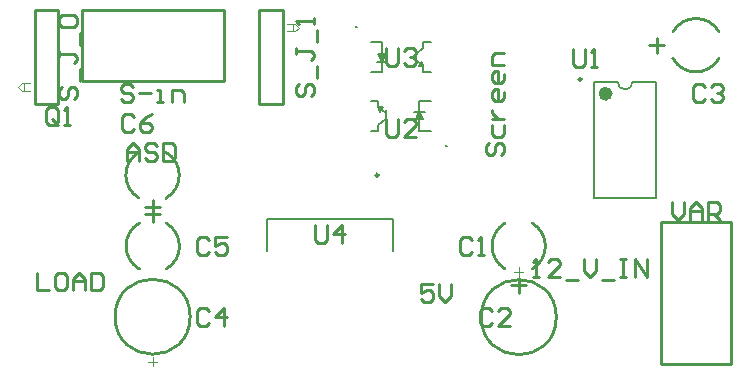
<source format=gto>
G04*
G04 #@! TF.GenerationSoftware,Altium Limited,CircuitMaker,2.3.0 (2.3.0.3)*
G04*
G04 Layer_Color=15132400*
%FSLAX25Y25*%
%MOIN*%
G70*
G04*
G04 #@! TF.SameCoordinates,0492DEC5-DE9E-4361-A043-D8868978FAA7*
G04*
G04*
G04 #@! TF.FilePolarity,Positive*
G04*
G01*
G75*
%ADD10C,0.00984*%
%ADD11C,0.01000*%
%ADD12C,0.00787*%
%ADD13C,0.02362*%
%ADD14C,0.00394*%
G36*
X329085Y281028D02*
X328335Y279528D01*
X327835Y278528D01*
X330335D01*
X329085Y281028D01*
D02*
G37*
G36*
X316585Y297713D02*
X317335Y299213D01*
X317835Y300213D01*
X315335D01*
X316585Y297713D01*
D02*
G37*
D10*
X315453Y259842D02*
G03*
X315453Y259842I-492J0D01*
G01*
X383130Y291772D02*
G03*
X383130Y291772I-492J0D01*
G01*
D11*
X235650Y267538D02*
G03*
X235650Y252195I4429J-7671D01*
G01*
X244587Y252171D02*
G03*
X244587Y267514I-4429J7671D01*
G01*
X413588Y298721D02*
G03*
X428931Y298721I7671J4429D01*
G01*
X428955Y307658D02*
G03*
X413612Y307658I-7671J-4429D01*
G01*
X366634Y228549D02*
G03*
X366634Y243892I-4429J7671D01*
G01*
X357697Y243916D02*
G03*
X357697Y228573I4429J-7671D01*
G01*
X374707Y212520D02*
G03*
X374707Y212520I-12502J0D01*
G01*
X235728Y243892D02*
G03*
X235728Y228549I4429J-7671D01*
G01*
X244665Y228525D02*
G03*
X244665Y243868I-4429J7671D01*
G01*
X252660Y212677D02*
G03*
X252660Y212677I-12502J0D01*
G01*
X338035Y269528D02*
G03*
X338035Y269528I-200J0D01*
G01*
X308035Y309213D02*
G03*
X308035Y309213I-200J0D01*
G01*
X240157Y244343D02*
Y249343D01*
X237657Y246843D02*
X242657D01*
X408260Y300650D02*
Y305650D01*
X405760Y303150D02*
X410760D01*
X409449Y196850D02*
Y200787D01*
Y196850D02*
X433071D01*
X409449Y244094D02*
X433071D01*
Y196850D02*
Y244094D01*
X409449Y200787D02*
Y244094D01*
X359705Y223220D02*
X364705D01*
X362205Y220720D02*
Y225720D01*
X237657Y249220D02*
X242657D01*
X240157Y246720D02*
Y251720D01*
X216535Y314961D02*
X220472D01*
X216535Y291339D02*
Y314961D01*
X263780Y291339D02*
Y314961D01*
X216535Y291339D02*
X263780D01*
X220472Y314961D02*
X263780D01*
X200787Y283465D02*
X208661D01*
Y314961D01*
X200787Y283465D02*
Y314961D01*
X208661D01*
X275591D02*
X283465D01*
X275591Y283465D02*
Y314961D01*
X283465Y283465D02*
Y314961D01*
X275591Y283465D02*
X283465D01*
X366833Y225847D02*
X368832D01*
X367833D01*
Y231845D01*
X366833Y230846D01*
X375830Y225847D02*
X371831D01*
X375830Y229846D01*
Y230846D01*
X374830Y231845D01*
X372831D01*
X371831Y230846D01*
X377829Y224848D02*
X381828D01*
X383827Y231845D02*
Y227847D01*
X385827Y225847D01*
X387826Y227847D01*
Y231845D01*
X389826Y224848D02*
X393824D01*
X395824Y231845D02*
X397823D01*
X396823D01*
Y225847D01*
X395824D01*
X397823D01*
X400822D02*
Y231845D01*
X404821Y225847D01*
Y231845D01*
X233799Y279198D02*
X232799Y280198D01*
X230800D01*
X229800Y279198D01*
Y275200D01*
X230800Y274200D01*
X232799D01*
X233799Y275200D01*
X239797Y280198D02*
X237797Y279198D01*
X235798Y277199D01*
Y275200D01*
X236798Y274200D01*
X238797D01*
X239797Y275200D01*
Y276199D01*
X238797Y277199D01*
X235798D01*
X333646Y223471D02*
X329647D01*
Y220472D01*
X331647Y221472D01*
X332646D01*
X333646Y220472D01*
Y218473D01*
X332646Y217473D01*
X330647D01*
X329647Y218473D01*
X335645Y223471D02*
Y219473D01*
X337645Y217473D01*
X339644Y219473D01*
Y223471D01*
X294214Y243157D02*
Y238158D01*
X295214Y237158D01*
X297213D01*
X298213Y238158D01*
Y243157D01*
X303211Y237158D02*
Y243157D01*
X300212Y240158D01*
X304211D01*
X201602Y227409D02*
Y221410D01*
X205601D01*
X210599Y227409D02*
X208600D01*
X207600Y226409D01*
Y222410D01*
X208600Y221410D01*
X210599D01*
X211599Y222410D01*
Y226409D01*
X210599Y227409D01*
X213598Y221410D02*
Y225409D01*
X215598Y227409D01*
X217597Y225409D01*
Y221410D01*
Y224410D01*
X213598D01*
X219596Y227409D02*
Y221410D01*
X222595D01*
X223595Y222410D01*
Y226409D01*
X222595Y227409D01*
X219596D01*
X210099Y289216D02*
X209100Y288216D01*
Y286217D01*
X210099Y285217D01*
X211099D01*
X212099Y286217D01*
Y288216D01*
X213098Y289216D01*
X214098D01*
X215098Y288216D01*
Y286217D01*
X214098Y285217D01*
X216097Y291215D02*
Y295214D01*
X209100Y301212D02*
Y299213D01*
Y300212D01*
X214098D01*
X215098Y299213D01*
Y298213D01*
X214098Y297213D01*
X216097Y303211D02*
Y307210D01*
X210099Y309209D02*
X209100Y310209D01*
Y312208D01*
X210099Y313208D01*
X214098D01*
X215098Y312208D01*
Y310209D01*
X214098Y309209D01*
X210099D01*
X413262Y251030D02*
Y247032D01*
X415262Y245033D01*
X417261Y247032D01*
Y251030D01*
X419261Y245033D02*
Y249031D01*
X421260Y251030D01*
X423259Y249031D01*
Y245033D01*
Y248031D01*
X419261D01*
X425259Y245033D02*
Y251030D01*
X428258D01*
X429257Y250031D01*
Y248031D01*
X428258Y247032D01*
X425259D01*
X427258D02*
X429257Y245033D01*
X288839Y290215D02*
X287840Y289216D01*
Y287216D01*
X288839Y286217D01*
X289839D01*
X290839Y287216D01*
Y289216D01*
X291838Y290215D01*
X292838D01*
X293838Y289216D01*
Y287216D01*
X292838Y286217D01*
X294837Y292215D02*
Y296214D01*
X287840Y302212D02*
Y300212D01*
Y301212D01*
X292838D01*
X293838Y300212D01*
Y299213D01*
X292838Y298213D01*
X294837Y304211D02*
Y308210D01*
X293838Y310209D02*
Y312208D01*
Y311209D01*
X287840D01*
X288839Y310209D01*
X317836Y302212D02*
Y297213D01*
X318836Y296214D01*
X320835D01*
X321835Y297213D01*
Y302212D01*
X323834Y301212D02*
X324834Y302212D01*
X326833D01*
X327833Y301212D01*
Y300212D01*
X326833Y299213D01*
X325834D01*
X326833D01*
X327833Y298213D01*
Y297213D01*
X326833Y296214D01*
X324834D01*
X323834Y297213D01*
X317836Y278590D02*
Y273591D01*
X318836Y272591D01*
X320835D01*
X321835Y273591D01*
Y278590D01*
X327833Y272591D02*
X323834D01*
X327833Y276590D01*
Y277590D01*
X326833Y278590D01*
X324834D01*
X323834Y277590D01*
X380300Y301798D02*
Y296800D01*
X381300Y295800D01*
X383299D01*
X384299Y296800D01*
Y301798D01*
X386298Y295800D02*
X388297D01*
X387298D01*
Y301798D01*
X386298Y300798D01*
X208661Y277528D02*
Y281527D01*
X207662Y282527D01*
X205662D01*
X204663Y281527D01*
Y277528D01*
X205662Y276529D01*
X207662D01*
X206662Y278528D02*
X208661Y276529D01*
X207662D02*
X208661Y277528D01*
X210661Y276529D02*
X212660D01*
X211661D01*
Y282527D01*
X210661Y281527D01*
X233660Y289401D02*
X232660Y290401D01*
X230661D01*
X229661Y289401D01*
Y288401D01*
X230661Y287402D01*
X232660D01*
X233660Y286402D01*
Y285402D01*
X232660Y284402D01*
X230661D01*
X229661Y285402D01*
X235659Y287402D02*
X239658D01*
X241657Y284402D02*
X243656D01*
X242657D01*
Y288401D01*
X241657D01*
X246655Y284402D02*
Y288401D01*
X249654D01*
X250654Y287402D01*
Y284402D01*
X258843Y238220D02*
X257843Y239219D01*
X255844D01*
X254844Y238220D01*
Y234221D01*
X255844Y233221D01*
X257843D01*
X258843Y234221D01*
X264841Y239219D02*
X260842D01*
Y236221D01*
X262842Y237220D01*
X263841D01*
X264841Y236221D01*
Y234221D01*
X263841Y233221D01*
X261842D01*
X260842Y234221D01*
X258843Y214598D02*
X257843Y215598D01*
X255844D01*
X254844Y214598D01*
Y210599D01*
X255844Y209599D01*
X257843D01*
X258843Y210599D01*
X263841Y209599D02*
Y215598D01*
X260842Y212598D01*
X264841D01*
X424197Y289401D02*
X423198Y290401D01*
X421198D01*
X420198Y289401D01*
Y285402D01*
X421198Y284402D01*
X423198D01*
X424197Y285402D01*
X426196Y289401D02*
X427196Y290401D01*
X429196D01*
X430195Y289401D01*
Y288401D01*
X429196Y287402D01*
X428196D01*
X429196D01*
X430195Y286402D01*
Y285402D01*
X429196Y284402D01*
X427196D01*
X426196Y285402D01*
X353331Y214598D02*
X352331Y215598D01*
X350332D01*
X349332Y214598D01*
Y210599D01*
X350332Y209599D01*
X352331D01*
X353331Y210599D01*
X359329Y209599D02*
X355330D01*
X359329Y213598D01*
Y214598D01*
X358329Y215598D01*
X356330D01*
X355330Y214598D01*
X346457Y238220D02*
X345457Y239219D01*
X343458D01*
X342458Y238220D01*
Y234221D01*
X343458Y233221D01*
X345457D01*
X346457Y234221D01*
X348456Y233221D02*
X350455D01*
X349456D01*
Y239219D01*
X348456Y238220D01*
X231570Y264718D02*
Y268716D01*
X233569Y270715D01*
X235568Y268716D01*
Y264718D01*
Y267717D01*
X231570D01*
X241566Y269716D02*
X240567Y270715D01*
X238567D01*
X237568Y269716D01*
Y268716D01*
X238567Y267717D01*
X240567D01*
X241566Y266717D01*
Y265717D01*
X240567Y264718D01*
X238567D01*
X237568Y265717D01*
X243566Y270715D02*
Y264718D01*
X246565D01*
X247564Y265717D01*
Y269716D01*
X246565Y270715D01*
X243566D01*
X352331Y270469D02*
X351332Y269469D01*
Y267470D01*
X352331Y266470D01*
X353331D01*
X354331Y267470D01*
Y269469D01*
X355330Y270469D01*
X356330D01*
X357330Y269469D01*
Y267470D01*
X356330Y266470D01*
X353331Y276467D02*
Y273468D01*
X354331Y272468D01*
X356330D01*
X357330Y273468D01*
Y276467D01*
X353331Y278466D02*
X357330D01*
X355330D01*
X354331Y279466D01*
X353331Y280466D01*
Y281465D01*
X357330Y287463D02*
Y285464D01*
X356330Y284464D01*
X354331D01*
X353331Y285464D01*
Y287463D01*
X354331Y288463D01*
X355330D01*
Y284464D01*
X357330Y293461D02*
Y291462D01*
X356330Y290462D01*
X354331D01*
X353331Y291462D01*
Y293461D01*
X354331Y294461D01*
X355330D01*
Y290462D01*
X357330Y296460D02*
X353331D01*
Y299459D01*
X354331Y300459D01*
X357330D01*
D12*
X395138Y290945D02*
G03*
X400138Y290945I2500J0D01*
G01*
X278150Y234646D02*
Y245275D01*
X320276D01*
Y234646D02*
Y245275D01*
X387205Y252362D02*
Y290945D01*
X408071Y252362D02*
Y290945D01*
X387205D02*
X395138D01*
X400138D02*
X408071D01*
X387205Y252362D02*
X408071D01*
X315335Y282528D02*
X315835Y281028D01*
X315335Y282528D02*
X316835D01*
X315835Y281028D02*
X316835Y282528D01*
X327335Y281028D02*
X330835D01*
X329085D02*
X330335Y278528D01*
X327835D02*
X329085Y281028D01*
X327835Y278528D02*
X330335D01*
X329085Y281028D02*
Y284528D01*
X332835D01*
X329085Y274528D02*
Y278528D01*
Y274528D02*
X332835D01*
X317835Y277528D02*
Y281528D01*
X315335Y276528D02*
X317835Y278528D01*
X315335Y282528D02*
X317835Y280528D01*
X315335Y274528D02*
Y276528D01*
X312835Y274528D02*
X315335D01*
Y282528D02*
Y284528D01*
X312835D02*
X315335D01*
X329835Y297713D02*
X330335Y296213D01*
X328835D02*
X330335D01*
X328835D02*
X329835Y297713D01*
X314835D02*
X318335D01*
X315335Y300213D02*
X316585Y297713D01*
X317835Y300213D01*
X315335D02*
X317835D01*
X316585Y294213D02*
Y297713D01*
X312835Y294213D02*
X316585D01*
Y300213D02*
Y304213D01*
X312835D02*
X316585D01*
X327835Y297213D02*
Y301213D01*
Y300213D02*
X330335Y302213D01*
X327835Y298213D02*
X330335Y296213D01*
Y302213D02*
Y304213D01*
X332835D01*
X330335Y294213D02*
Y296213D01*
Y294213D02*
X332835D01*
D13*
X392323Y287008D02*
G03*
X392323Y287008I-1181J0D01*
G01*
D14*
X360705Y227598D02*
X363705D01*
X362205Y226098D02*
Y229098D01*
X238657Y197598D02*
X241657D01*
X240157Y196098D02*
Y199098D01*
X199370Y288043D02*
X196746D01*
X195434Y289355D01*
X196746Y290667D01*
X199370D01*
X197402D01*
Y288043D01*
X284882Y310382D02*
X287506D01*
X288818Y309070D01*
X287506Y307759D01*
X284882D01*
X286850D01*
Y310382D01*
M02*

</source>
